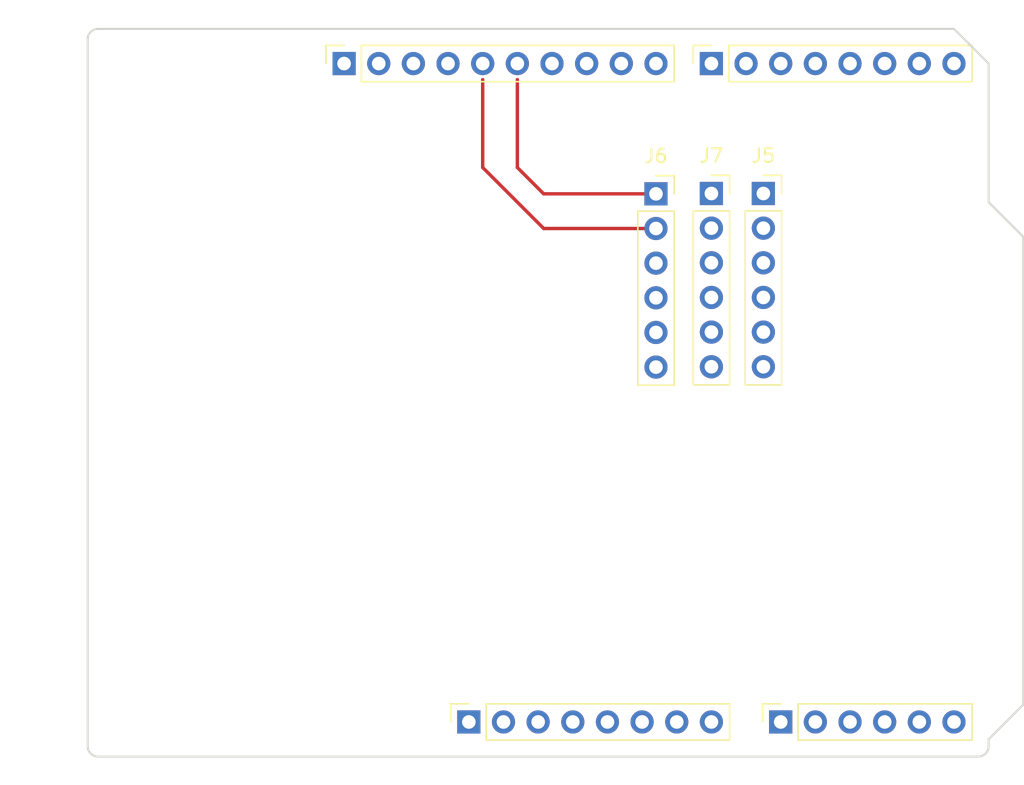
<source format=kicad_pcb>
(kicad_pcb (version 20221018) (generator pcbnew)
  (title_block (date "mar. 31 mars 2015"))
  (layers (0 "F.Cu" signal) (31 "B.Cu" signal) (34 "B.Paste" user) (35 "F.Paste" user) (36 "B.SilkS" user "B.Silkscreen") (37 "F.SilkS" user "F.Silkscreen") (38 "B.Mask" user) (39 "F.Mask" user) (44 "Edge.Cuts" user))
  (net 0 "")
  (net 1 "GND")
  (net 3 "+5V")
  (net 4 "/IOREF")
  (net 5 "/A0")
  (net 6 "/A1")
  (net 7 "/A2")
  (net 8 "/A3")
  (net 9 "/SDA{slash}A4")
  (net 10 "/SCL{slash}A5")
  (net 11 "/13")
  (net 12 "/12")
  (net 13 "/AREF")
  (net 14 "/8")
  (net 15 "/7")
  (net 16 "/*11")
  (net 17 "/*10")
  (net 18 "/*9")
  (net 19 "/4")
  (net 20 "/2")
  (net 21 "/*6")
  (net 22 "/*5")
  (net 23 "/TX{slash}1")
  (net 24 "/*3")
  (net 25 "/RX{slash}0")
  (net 26 "+3V3")
  (net 27 "VCC")
  (net 28 "/~{RESET}")
  (footprint "Connector_PinSocket_2.54mm:PinSocket_1x08_P2.54mm_Vertical" (layer "F.Cu") (at 127.94 97.46 90)
    (fp_text reference "J1" hide)
    (fp_text value "Power")
    (fp_line (start -1.33 1.27) (end -1.33 19.11) (stroke (width 0.12)) (layer "F.SilkS"))
    (fp_line (start -1.33 1.27) (end 1.33 1.27) (stroke (width 0.12)) (layer "F.SilkS"))
    (fp_line (start -1.33 19.11) (end 1.33 19.11) (stroke (width 0.12)) (layer "F.SilkS"))
    (fp_line (start 0 -1.33) (end 1.33 -1.33) (stroke (width 0.12)) (layer "F.SilkS"))
    (fp_line (start 1.33 -1.33) (end 1.33 0) (stroke (width 0.12)) (layer "F.SilkS"))
    (fp_line (start 1.33 1.27) (end 1.33 19.11) (stroke (width 0.12)) (layer "F.SilkS"))
    (pad "1" thru_hole rect locked (at 0 0 90) (size 1.7 1.7) (drill 1) (layers "*.Cu" "*.Mask"))
    (pad "2" thru_hole oval locked (at 0 2.54 90) (size 1.7 1.7) (drill 1) (layers "*.Cu" "*.Mask") (net 4 "/IOREF"))
    (pad "3" thru_hole oval locked (at 0 5.08 90) (size 1.7 1.7) (drill 1) (layers "*.Cu" "*.Mask") (net 28 "/~{RESET}"))
    (pad "4" thru_hole oval locked (at 0 7.62 90) (size 1.7 1.7) (drill 1) (layers "*.Cu" "*.Mask") (net 26 "+3V3"))
    (pad "5" thru_hole oval locked (at 0 10.16 90) (size 1.7 1.7) (drill 1) (layers "*.Cu" "*.Mask") (net 3 "+5V"))
    (pad "6" thru_hole oval locked (at 0 12.7 90) (size 1.7 1.7) (drill 1) (layers "*.Cu" "*.Mask") (net 1 "GND"))
    (pad "7" thru_hole oval locked (at 0 15.24 90) (size 1.7 1.7) (drill 1) (layers "*.Cu" "*.Mask") (net 1 "GND"))
    (pad "8" thru_hole oval locked (at 0 17.78 90) (size 1.7 1.7) (drill 1) (layers "*.Cu" "*.Mask") (net 27 "VCC"))
  )
  (footprint "Connector_PinSocket_2.54mm:PinSocket_1x06_P2.54mm_Vertical" (layer "F.Cu") (at 150.8 97.46 90)
    (fp_text reference "J3" hide)
    (fp_text value "Analog")
    (fp_line (start -1.33 1.27) (end -1.33 14.03) (stroke (width 0.12)) (layer "F.SilkS"))
    (fp_line (start -1.33 1.27) (end 1.33 1.27) (stroke (width 0.12)) (layer "F.SilkS"))
    (fp_line (start -1.33 14.03) (end 1.33 14.03) (stroke (width 0.12)) (layer "F.SilkS"))
    (fp_line (start 0 -1.33) (end 1.33 -1.33) (stroke (width 0.12)) (layer "F.SilkS"))
    (fp_line (start 1.33 -1.33) (end 1.33 0) (stroke (width 0.12)) (layer "F.SilkS"))
    (fp_line (start 1.33 1.27) (end 1.33 14.03) (stroke (width 0.12)) (layer "F.SilkS"))
    (pad "1" thru_hole rect locked (at 0 0 90) (size 1.7 1.7) (drill 1) (layers "*.Cu" "*.Mask") (net 5 "/A0"))
    (pad "2" thru_hole oval locked (at 0 2.54 90) (size 1.7 1.7) (drill 1) (layers "*.Cu" "*.Mask") (net 6 "/A1"))
    (pad "3" thru_hole oval locked (at 0 5.08 90) (size 1.7 1.7) (drill 1) (layers "*.Cu" "*.Mask") (net 7 "/A2"))
    (pad "4" thru_hole oval locked (at 0 7.62 90) (size 1.7 1.7) (drill 1) (layers "*.Cu" "*.Mask") (net 8 "/A3"))
    (pad "5" thru_hole oval locked (at 0 10.16 90) (size 1.7 1.7) (drill 1) (layers "*.Cu" "*.Mask") (net 9 "/SDA{slash}A4"))
    (pad "6" thru_hole oval locked (at 0 12.7 90) (size 1.7 1.7) (drill 1) (layers "*.Cu" "*.Mask") (net 10 "/SCL{slash}A5"))
  )
  (footprint "Connector_PinSocket_2.54mm:PinSocket_1x10_P2.54mm_Vertical" (layer "F.Cu") (at 118.796 49.2 90)
    (fp_text reference "J2" hide)
    (fp_text value "Digital/PWM")
    (fp_line (start -1.33 1.27) (end -1.33 24.19) (stroke (width 0.12)) (layer "F.SilkS"))
    (fp_line (start -1.33 1.27) (end 1.33 1.27) (stroke (width 0.12)) (layer "F.SilkS"))
    (fp_line (start -1.33 24.19) (end 1.33 24.19) (stroke (width 0.12)) (layer "F.SilkS"))
    (fp_line (start 0 -1.33) (end 1.33 -1.33) (stroke (width 0.12)) (layer "F.SilkS"))
    (fp_line (start 1.33 -1.33) (end 1.33 0) (stroke (width 0.12)) (layer "F.SilkS"))
    (fp_line (start 1.33 1.27) (end 1.33 24.19) (stroke (width 0.12)) (layer "F.SilkS"))
    (pad "1" thru_hole rect locked (at 0 0 90) (size 1.7 1.7) (drill 1) (layers "*.Cu" "*.Mask") (net 10 "/SCL{slash}A5"))
    (pad "2" thru_hole oval locked (at 0 2.54 90) (size 1.7 1.7) (drill 1) (layers "*.Cu" "*.Mask") (net 9 "/SDA{slash}A4"))
    (pad "3" thru_hole oval locked (at 0 5.08 90) (size 1.7 1.7) (drill 1) (layers "*.Cu" "*.Mask") (net 13 "/AREF"))
    (pad "4" thru_hole oval locked (at 0 7.62 90) (size 1.7 1.7) (drill 1) (layers "*.Cu" "*.Mask") (net 1 "GND"))
    (pad "5" thru_hole oval locked (at 0 10.16 90) (size 1.7 1.7) (drill 1) (layers "*.Cu" "*.Mask") (net 11 "/13"))
    (pad "6" thru_hole oval locked (at 0 12.7 90) (size 1.7 1.7) (drill 1) (layers "*.Cu" "*.Mask") (net 12 "/12"))
    (pad "7" thru_hole oval locked (at 0 15.24 90) (size 1.7 1.7) (drill 1) (layers "*.Cu" "*.Mask") (net 16 "/*11"))
    (pad "8" thru_hole oval locked (at 0 17.78 90) (size 1.7 1.7) (drill 1) (layers "*.Cu" "*.Mask") (net 17 "/*10"))
    (pad "9" thru_hole oval locked (at 0 20.32 90) (size 1.7 1.7) (drill 1) (layers "*.Cu" "*.Mask") (net 18 "/*9"))
    (pad "10" thru_hole oval locked (at 0 22.86 90) (size 1.7 1.7) (drill 1) (layers "*.Cu" "*.Mask") (net 14 "/8"))
  )
  (footprint "Connector_PinSocket_2.54mm:PinSocket_1x08_P2.54mm_Vertical" (layer "F.Cu") (at 145.72 49.2 90)
    (fp_text reference "J4" hide)
    (fp_text value "Digital/PWM")
    (fp_line (start -1.33 1.27) (end -1.33 19.11) (stroke (width 0.12)) (layer "F.SilkS"))
    (fp_line (start -1.33 1.27) (end 1.33 1.27) (stroke (width 0.12)) (layer "F.SilkS"))
    (fp_line (start -1.33 19.11) (end 1.33 19.11) (stroke (width 0.12)) (layer "F.SilkS"))
    (fp_line (start 0 -1.33) (end 1.33 -1.33) (stroke (width 0.12)) (layer "F.SilkS"))
    (fp_line (start 1.33 -1.33) (end 1.33 0) (stroke (width 0.12)) (layer "F.SilkS"))
    (fp_line (start 1.33 1.27) (end 1.33 19.11) (stroke (width 0.12)) (layer "F.SilkS"))
    (pad "1" thru_hole rect locked (at 0 0 90) (size 1.7 1.7) (drill 1) (layers "*.Cu" "*.Mask") (net 15 "/7"))
    (pad "2" thru_hole oval locked (at 0 2.54 90) (size 1.7 1.7) (drill 1) (layers "*.Cu" "*.Mask") (net 21 "/*6"))
    (pad "3" thru_hole oval locked (at 0 5.08 90) (size 1.7 1.7) (drill 1) (layers "*.Cu" "*.Mask") (net 22 "/*5"))
    (pad "4" thru_hole oval locked (at 0 7.62 90) (size 1.7 1.7) (drill 1) (layers "*.Cu" "*.Mask") (net 19 "/4"))
    (pad "5" thru_hole oval locked (at 0 10.16 90) (size 1.7 1.7) (drill 1) (layers "*.Cu" "*.Mask") (net 24 "/*3"))
    (pad "6" thru_hole oval locked (at 0 12.7 90) (size 1.7 1.7) (drill 1) (layers "*.Cu" "*.Mask") (net 20 "/2"))
    (pad "7" thru_hole oval locked (at 0 15.24 90) (size 1.7 1.7) (drill 1) (layers "*.Cu" "*.Mask") (net 23 "/TX{slash}1"))
    (pad "8" thru_hole oval locked (at 0 17.78 90) (size 1.7 1.7) (drill 1) (layers "*.Cu" "*.Mask") (net 25 "/RX{slash}0"))
  )
  (footprint "Connector_PinSocket_2.54mm:PinSocket_1x06_P2.54mm_Vertical" (layer "F.Cu") (at 145.72 58.725)
    (fp_text reference "J7" (at 0 -2.77) (layer "F.SilkS"))
    (fp_text value "Conn_01x06_Pin")
    (fp_line (start -1.33 1.27) (end -1.33 14.03) (stroke (width 0.12)) (layer "F.SilkS"))
    (fp_line (start -1.33 1.27) (end 1.33 1.27) (stroke (width 0.12)) (layer "F.SilkS"))
    (fp_line (start -1.33 14.03) (end 1.33 14.03) (stroke (width 0.12)) (layer "F.SilkS"))
    (fp_line (start 0 -1.33) (end 1.33 -1.33) (stroke (width 0.12)) (layer "F.SilkS"))
    (fp_line (start 1.33 -1.33) (end 1.33 0) (stroke (width 0.12)) (layer "F.SilkS"))
    (fp_line (start 1.33 1.27) (end 1.33 14.03) (stroke (width 0.12)) (layer "F.SilkS"))
    (pad "1" thru_hole rect (at 0 0) (size 1.7 1.7) (drill 1) (layers "*.Cu" "*.Mask"))
    (pad "2" thru_hole oval (at 0 2.54) (size 1.7 1.7) (drill 1) (layers "*.Cu" "*.Mask"))
    (pad "3" thru_hole oval (at 0 5.08) (size 1.7 1.7) (drill 1) (layers "*.Cu" "*.Mask"))
    (pad "4" thru_hole oval (at 0 7.62) (size 1.7 1.7) (drill 1) (layers "*.Cu" "*.Mask"))
    (pad "5" thru_hole oval (at 0 10.16) (size 1.7 1.7) (drill 1) (layers "*.Cu" "*.Mask"))
    (pad "6" thru_hole oval (at 0 12.7) (size 1.7 1.7) (drill 1) (layers "*.Cu" "*.Mask"))
  )
  (footprint "Connector_PinSocket_2.54mm:PinSocket_1x06_P2.54mm_Vertical" (layer "F.Cu") (at 149.53 58.725)
    (fp_text reference "J5" (at 0 -2.77) (layer "F.SilkS"))
    (fp_text value "Conn_01x06_Pin")
    (fp_line (start -1.33 1.27) (end -1.33 14.03) (stroke (width 0.12)) (layer "F.SilkS"))
    (fp_line (start -1.33 1.27) (end 1.33 1.27) (stroke (width 0.12)) (layer "F.SilkS"))
    (fp_line (start -1.33 14.03) (end 1.33 14.03) (stroke (width 0.12)) (layer "F.SilkS"))
    (fp_line (start 0 -1.33) (end 1.33 -1.33) (stroke (width 0.12)) (layer "F.SilkS"))
    (fp_line (start 1.33 -1.33) (end 1.33 0) (stroke (width 0.12)) (layer "F.SilkS"))
    (fp_line (start 1.33 1.27) (end 1.33 14.03) (stroke (width 0.12)) (layer "F.SilkS"))
    (pad "1" thru_hole rect (at 0 0) (size 1.7 1.7) (drill 1) (layers "*.Cu" "*.Mask"))
    (pad "2" thru_hole oval (at 0 2.54) (size 1.7 1.7) (drill 1) (layers "*.Cu" "*.Mask"))
    (pad "3" thru_hole oval (at 0 5.08) (size 1.7 1.7) (drill 1) (layers "*.Cu" "*.Mask"))
    (pad "4" thru_hole oval (at 0 7.62) (size 1.7 1.7) (drill 1) (layers "*.Cu" "*.Mask"))
    (pad "5" thru_hole oval (at 0 10.16) (size 1.7 1.7) (drill 1) (layers "*.Cu" "*.Mask"))
    (pad "6" thru_hole oval (at 0 12.7) (size 1.7 1.7) (drill 1) (layers "*.Cu" "*.Mask"))
  )
  (footprint "Arduino_MountingHole:MountingHole_3.2mm" (layer "F.Cu") (at 115.24 49.2)
    (fp_text reference "MH1" hide)
    (fp_text value "MountingHole_3.2mm" hide)
    (pad "" np_thru_hole circle locked (at 0 0) (size 3.2 3.2) (drill 3.2) (layers "*.Cu" "*.Mask"))
  )
  (footprint "Connector_PinSocket_2.54mm:PinSocket_1x06_P2.54mm_Vertical" (layer "F.Cu") (at 141.656 58.75)
    (fp_text reference "J6" (at 0 -2.77) (layer "F.SilkS"))
    (fp_text value "Conn_01x06_Pin")
    (fp_line (start -1.33 1.27) (end -1.33 14.03) (stroke (width 0.12)) (layer "F.SilkS"))
    (fp_line (start -1.33 1.27) (end 1.33 1.27) (stroke (width 0.12)) (layer "F.SilkS"))
    (fp_line (start -1.33 14.03) (end 1.33 14.03) (stroke (width 0.12)) (layer "F.SilkS"))
    (fp_line (start 0 -1.33) (end 1.33 -1.33) (stroke (width 0.12)) (layer "F.SilkS"))
    (fp_line (start 1.33 -1.33) (end 1.33 0) (stroke (width 0.12)) (layer "F.SilkS"))
    (fp_line (start 1.33 1.27) (end 1.33 14.03) (stroke (width 0.12)) (layer "F.SilkS"))
    (pad "1" thru_hole rect (at 0 0) (size 1.7 1.7) (drill 1) (layers "*.Cu" "*.Mask") (net 12 "/12"))
    (pad "2" thru_hole oval (at 0 2.54) (size 1.7 1.7) (drill 1) (layers "*.Cu" "*.Mask") (net 11 "/13"))
    (pad "3" thru_hole oval (at 0 5.08) (size 1.7 1.7) (drill 1) (layers "*.Cu" "*.Mask") (net 14 "/8"))
    (pad "4" thru_hole oval (at 0 7.62) (size 1.7 1.7) (drill 1) (layers "*.Cu" "*.Mask") (net 15 "/7"))
    (pad "5" thru_hole oval (at 0 10.16) (size 1.7 1.7) (drill 1) (layers "*.Cu" "*.Mask") (net 19 "/4"))
    (pad "6" thru_hole oval (at 0 12.7) (size 1.7 1.7) (drill 1) (layers "*.Cu" "*.Mask") (net 20 "/2"))
  )
  (footprint "Arduino_MountingHole:MountingHole_3.2mm" (layer "F.Cu") (at 113.97 97.46)
    (fp_text reference "MH2" hide)
    (fp_text value "MountingHole_3.2mm" hide)
    (pad "" np_thru_hole circle locked (at 0 0) (size 3.2 3.2) (drill 3.2) (layers "*.Cu" "*.Mask"))
  )
  (footprint "Arduino_MountingHole:MountingHole_3.2mm" (layer "F.Cu") (at 166.04 64.44)
    (fp_text reference "MH3" hide)
    (fp_text value "MountingHole_3.2mm" hide)
    (pad "" np_thru_hole circle locked (at 0 0) (size 3.2 3.2) (drill 3.2) (layers "*.Cu" "*.Mask"))
  )
  (footprint "Arduino_MountingHole:MountingHole_3.2mm" (layer "F.Cu") (at 166.04 92.38)
    (fp_text reference "MH4" hide)
    (fp_text value "MountingHole_3.2mm" hide)
    (pad "" np_thru_hole circle locked (at 0 0) (size 3.2 3.2) (drill 3.2) (layers "*.Cu" "*.Mask"))
  )
  (gr_line (start 166.04 59.36) (end 168.58 61.9) (stroke (width 0.15)) (layer "Edge.Cuts"))
  (gr_line (start 100 99.238) (end 100 47.422) (stroke (width 0.15)) (layer "Edge.Cuts"))
  (gr_line (start 168.58 61.9) (end 168.58 96.19) (stroke (width 0.15)) (layer "Edge.Cuts"))
  (gr_line (start 165.278 100) (end 100.762 100) (stroke (width 0.15)) (layer "Edge.Cuts"))
  (gr_line (start 100.762 46.66) (end 163.5 46.66) (stroke (width 0.15)) (layer "Edge.Cuts"))
  (gr_arc (start 100.762 100) (mid 100.223185 99.776815) (end 100 99.238) (stroke (width 0.15)) (layer "Edge.Cuts"))
  (gr_line (start 168.58 96.19) (end 166.04 98.73) (stroke (width 0.15)) (layer "Edge.Cuts"))
  (gr_line (start 163.5 46.66) (end 166.04 49.2) (stroke (width 0.15)) (layer "Edge.Cuts"))
  (gr_arc (start 166.04 99.238) (mid 165.816815 99.776815) (end 165.278 100) (stroke (width 0.15)) (layer "Edge.Cuts"))
  (gr_line (start 166.04 49.2) (end 166.04 59.36) (stroke (width 0.15)) (layer "Edge.Cuts"))
  (gr_line (start 166.04 98.73) (end 166.04 99.238) (stroke (width 0.15)) (layer "Edge.Cuts"))
  (gr_arc (start 100 47.422) (mid 100.223185 46.883185) (end 100.762 46.66) (stroke (width 0.15)) (layer "Edge.Cuts"))
  (segment (start 133.426 61.29) (end 128.956 56.82) (width 0.25) (layer "F.Cu") (net 11))
  (segment (start 141.656 61.29) (end 133.426 61.29) (width 0.25) (layer "F.Cu") (net 11))
  (segment (start 128.956 56.82) (end 128.956 50.375) (width 0.25) (layer "F.Cu") (net 11))
  (segment (start 141.656 58.75) (end 133.426 58.75) (width 0.25) (layer "F.Cu") (net 12))
  (segment (start 131.496 56.82) (end 131.496 50.375) (width 0.25) (layer "F.Cu") (net 12))
  (segment (start 133.426 58.75) (end 131.496 56.82) (width 0.25) (layer "F.Cu") (net 12))
)
</source>
